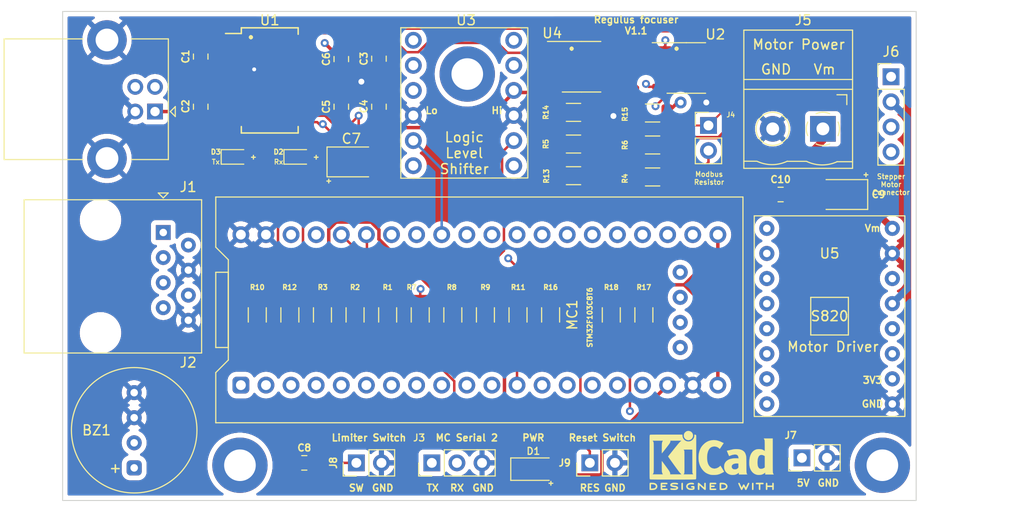
<source format=kicad_pcb>
(kicad_pcb (version 20221018) (generator pcbnew)
  (title_block (title "Regulus Electronic Focuser V1") (company "Radmilo Felix 2022"))
  (layers (0 "F.Cu" signal) (1 "In1.Cu" signal) (2 "In2.Cu" signal) (31 "B.Cu" signal) (34 "B.Paste" user) (35 "F.Paste" user) (36 "B.SilkS" user "B.Silkscreen") (37 "F.SilkS" user "F.Silkscreen") (38 "B.Mask" user) (39 "F.Mask" user) (44 "Edge.Cuts" user))
  (net 0 "")
  (net 1 "/Buzzer")
  (net 2 "GND")
  (net 3 "/5V")
  (net 4 "Net-(C3-Pad1)")
  (net 5 "Net-(C4-Pad1)")
  (net 6 "Net-(C5-Pad1)")
  (net 7 "Net-(D1-Pad1)")
  (net 8 "Net-(D2-Pad1)")
  (net 9 "Net-(D2-Pad2)")
  (net 10 "Net-(D3-Pad1)")
  (net 11 "Net-(D3-Pad2)")
  (net 12 "/MODBUS-")
  (net 13 "/MODBUS+")
  (net 14 "/SDA-2")
  (net 15 "/SCL-2")
  (net 16 "/3V3")
  (net 17 "/EncClk")
  (net 18 "/EncDt")
  (net 19 "/EncSw")
  (net 20 "/TX2")
  (net 21 "/RX2")
  (net 22 "Net-(J4-Pad2)")
  (net 23 "/LimiterSwitch")
  (net 24 "/Reset")
  (net 25 "/L485DE")
  (net 26 "/L485RO")
  (net 27 "/L485DI")
  (net 32 "/Direction")
  (net 33 "/Enable")
  (net 34 "/STDBY")
  (net 35 "/M1")
  (net 36 "/M2")
  (net 37 "/M3")
  (net 38 "/FLT")
  (net 47 "/Step")
  (net 52 "/485RO")
  (net 53 "/485DE")
  (net 54 "/485DI")
  (net 55 "Net-(U1-Pad1)")
  (net 58 "Net-(U1-Pad5)")
  (net 64 "Net-(U1-Pad13)")
  (net 70 "Net-(C10-Pad2)")
  (net 71 "Net-(J6-Pad1)")
  (net 72 "Net-(J6-Pad2)")
  (net 73 "Net-(J6-Pad3)")
  (net 74 "Net-(J6-Pad4)")
  (footprint "MyCustom:STM32F103C8T6" (layer "F.Cu") (at 117.094 103.886 90)
    (fp_text reference "MC1")
    (fp_text value "STM32F103C8T6-board")
  )
  (footprint "Resistor_SMD:R_1206_3216Metric" (layer "F.Cu") (at 138.5393 96.774 90)
    (fp_text reference "R8")
    (fp_text value "10k")
  )
  (footprint "Resistor_SMD:R_1206_3216Metric" (layer "F.Cu") (at 135.2417 96.774 90)
    (fp_text reference "R7")
    (fp_text value "10k")
  )
  (footprint "MountingHole:MountingHole_3.2mm_M3_DIN965_Pad" (layer "F.Cu") (at 140 72.381)
    (fp_text reference "MH3")
    (fp_text value "MountingHole_3.2mm_M3_DIN965_Pad")
  )
  (footprint "Capacitor_SMD:C_0805_2012Metric" (layer "F.Cu") (at 131.064 75.692 -90)
    (fp_text reference "C4")
    (fp_text value "47p")
  )
  (footprint "Capacitor_SMD:C_0805_2012Metric" (layer "F.Cu") (at 113.03 75.692 -90)
    (fp_text reference "C2")
    (fp_text value "4.7u")
  )
  (footprint "Capacitor_SMD:C_0805_2012Metric" (layer "F.Cu") (at 131.064 70.826 90)
    (fp_text reference "C3")
    (fp_text value "47p")
  )
  (footprint "Resistor_SMD:R_1206_3216Metric" (layer "F.Cu") (at 158.75 79.5655 180)
    (fp_text reference "R6")
    (fp_text value "20k")
  )
  (footprint "MyCustom:LogicLevelShifter_Bidirectional_4Signals" (layer "F.Cu") (at 134.5438 68.961)
    (fp_text reference "U3")
    (fp_text value "LogicLevelShifter-Bidirectional-4Signals-board")
  )
  (footprint "MountingHole:MountingHole_3.2mm_M3_DIN965_Pad" (layer "F.Cu") (at 117 112)
    (fp_text reference "MH1")
    (fp_text value "MountingHole_3.2mm_M3_DIN965_Pad")
  )
  (footprint "Resistor_SMD:R_1206_3216Metric" (layer "F.Cu") (at 150.749 76.2635 180)
    (fp_text reference "R14")
    (fp_text value "270")
  )
  (footprint "Resistor_SMD:R_1206_3216Metric" (layer "F.Cu") (at 150.749 79.4702 180)
    (fp_text reference "R5")
    (fp_text value "20k")
  )
  (footprint "LED_SMD:LED_0603_1608Metric" (layer "F.Cu") (at 116.586 80.772)
    (fp_text reference "D3")
    (fp_text value "LED Red")
  )
  (footprint "LED_SMD:LED_1206_3216Metric" (layer "F.Cu") (at 146.685 112.395)
    (fp_text reference "D1")
    (fp_text value "LED")
  )
  (footprint "Symbol:KiCad-Logo2_5mm_SilkScreen" (layer "F.Cu") (at 164.719 111.506)
    (fp_text reference "REF**" hide)
    (fp_text value "KiCad-Logo2_5mm_SilkScreen" hide)
  )
  (footprint "Capacitor_Tantalum_SMD:CP_EIA-3528-21_Kemet-B" (layer "F.Cu") (at 178.054 84.582 180)
    (fp_text reference "C9")
    (fp_text value "10u")
  )
  (footprint "Connector_USB:USB_B_Lumberg_2411_02_Horizontal" (layer "F.Cu") (at 108.4075 76.18 180)
    (fp_text reference "J1")
    (fp_text value "USB_A")
  )
  (footprint "Resistor_SMD:R_1206_3216Metric" (layer "F.Cu") (at 157.8698 96.774 -90)
    (fp_text reference "R17")
    (fp_text value "5k")
  )
  (footprint "Connector_PinHeader_2.54mm:PinHeader_1x02_P2.54mm_Vertical" (layer "F.Cu") (at 164.405 77.592)
    (fp_text reference "J4")
    (fp_text value "R-Connect")
  )
  (footprint "Connector_PinHeader_2.54mm:PinHeader_1x02_P2.54mm_Vertical" (layer "F.Cu") (at 128.778 111.76 90)
    (fp_text reference "J8")
    (fp_text value "LimiterSW")
  )
  (footprint "Resistor_SMD:R_1206_3216Metric" (layer "F.Cu") (at 145.1345 96.774 90)
    (fp_text reference "R11")
    (fp_text value "10k")
  )
  (footprint "Package_SO:SOIC-8_3.9x4.9mm_P1.27mm" (layer "F.Cu") (at 151.5629 71.6398)
    (fp_text reference "U4")
    (fp_text value "MAX485E")
  )
  (footprint "Resistor_SMD:R_1206_3216Metric" (layer "F.Cu") (at 150.749 82.677)
    (fp_text reference "R13")
    (fp_text value "120")
  )
  (footprint "Resistor_SMD:R_1206_3216Metric" (layer "F.Cu") (at 154.5722 96.774 -90)
    (fp_text reference "R18")
    (fp_text value "5k")
  )
  (footprint "Connector_PinHeader_2.54mm:PinHeader_1x02_P2.54mm_Vertical" (layer "F.Cu") (at 173.858 111.252 90)
    (fp_text reference "J7")
    (fp_text value "5V-Ext")
  )
  (footprint "Resistor_SMD:R_1206_3216Metric" (layer "F.Cu") (at 125.349 96.774 -90)
    (fp_text reference "R3")
    (fp_text value "2.2k")
  )
  (footprint "Package_SO:SSOP-28_5.3x10.2mm_P0.65mm" (layer "F.Cu") (at 120.015 73.025)
    (fp_text reference "U1")
    (fp_text value "FT232RL")
  )
  (footprint "Connector_RJ:RJ45_Amphenol_54602-x08_Horizontal" (layer "F.Cu") (at 109.24 88.4275 -90)
    (fp_text reference "J2")
    (fp_text value "Display&Encoder")
  )
  (footprint "MyCustom:StepperMotorDriverSTSPIN820" (layer "F.Cu") (at 170.307 88.011)
    (fp_text reference "U5")
    (fp_text value "StepperMotorDriverSTSPIN820-board")
  )
  (footprint "MyCustom:TerminalBlock_PTR_AKZ950-2_P5.08mm_Vertical" (layer "F.Cu") (at 175.982 77.93 180)
    (fp_text reference "J5")
    (fp_text value "MotorPower")
  )
  (footprint "Resistor_SMD:R_1206_3216Metric" (layer "F.Cu") (at 148.4321 96.774 -90)
    (fp_text reference "R16")
    (fp_text value "5k")
  )
  (footprint "Resistor_SMD:R_1206_3216Metric" (layer "F.Cu") (at 158.75 82.804)
    (fp_text reference "R4")
    (fp_text value "120")
  )
  (footprint "Resistor_SMD:R_1206_3216Metric" (layer "F.Cu") (at 158.75 76.327)
    (fp_text reference "R15")
    (fp_text value "270")
  )
  (footprint "Resistor_SMD:R_1206_3216Metric" (layer "F.Cu") (at 141.8369 96.774 90)
    (fp_text reference "R9")
    (fp_text value "10k")
  )
  (footprint "Capacitor_SMD:C_0805_2012Metric" (layer "F.Cu") (at 127.254 75.692 90)
    (fp_text reference "C5")
    (fp_text value "100n")
  )
  (footprint "Capacitor_SMD:C_0805_2012Metric" (layer "F.Cu") (at 113.03 70.612 -90)
    (fp_text reference "C1")
    (fp_text value "100n")
  )
  (footprint "Capacitor_Tantalum_SMD:CP_EIA-3528-21_Kemet-B" (layer "F.Cu") (at 128.27 81.28)
    (fp_text reference "C7")
    (fp_text value "10u")
  )
  (footprint "Resistor_SMD:R_1206_3216Metric" (layer "F.Cu") (at 122.0514 96.774 -90)
    (fp_text reference "R12")
    (fp_text value "270")
  )
  (footprint "Package_SO:SOIC-8_3.9x4.9mm_P1.27mm" (layer "F.Cu") (at 162.1659 71.7668)
    (fp_text reference "U2")
    (fp_text value "MAX485E")
  )
  (footprint "Resistor_SMD:R_1206_3216Metric" (layer "F.Cu") (at 128.6466 96.774 -90)
    (fp_text reference "R2")
    (fp_text value "2.2k")
  )
  (footprint "Capacitor_SMD:C_0805_2012Metric" (layer "F.Cu") (at 171.704 84.582 180)
    (fp_text reference "C10")
    (fp_text value "100n")
  )
  (footprint "Resistor_SMD:R_1206_3216Metric" (layer "F.Cu") (at 118.7538 96.774 -90)
    (fp_text reference "R10")
    (fp_text value "270")
  )
  (footprint "Capacitor_SMD:C_0805_2012Metric" (layer "F.Cu") (at 127.254 70.866 -90)
    (fp_text reference "C6")
    (fp_text value "100n")
  )
  (footprint "MountingHole:MountingHole_3.2mm_M3_DIN965_Pad" (layer "F.Cu") (at 182 112)
    (fp_text reference "MH2")
    (fp_text value "MountingHole_3.2mm_M3_DIN965_Pad")
  )
  (footprint "Resistor_SMD:R_1206_3216Metric" (layer "F.Cu") (at 131.9442 96.774 -90)
    (fp_text reference "R1")
    (fp_text value "1k")
  )
  (footprint "Capacitor_SMD:C_0805_2012Metric" (layer "F.Cu") (at 123.51 111.76 180)
    (fp_text reference "C8")
    (fp_text value "2.2u")
  )
  (footprint "Connector_PinHeader_2.54mm:PinHeader_1x02_P2.54mm_Vertical" (layer "F.Cu") (at 152.4 111.76 90)
    (fp_text reference "J9")
    (fp_text value "ResetSW")
  )
  (footprint "LED_SMD:LED_0603_1608Metric" (layer "F.Cu") (at 122.936 80.772)
    (fp_text reference "D2")
    (fp_text value "LED Blue")
  )
  (footprint "Connector_PinHeader_2.54mm:PinHeader_1x03_P2.54mm_Vertical" (layer "F.Cu") (at 136.413 111.76 90)
    (fp_text reference "J3")
    (fp_text value "Serial1")
  )
  (footprint "MyCustom:Buzzer-HSD-4pin" (layer "F.Cu") (at 106.299 108.458 180)
    (fp_text reference "BZ1")
    (fp_text value "Buzzer")
  )
  (footprint "Connector_PinHeader_2.54mm:PinHeader_1x04_P2.54mm_Vertical" (layer "F.Cu") (at 182.88 72.654)
    (fp_text reference "J6")
    (fp_text value "MotorConnector")
  )
  (gr_rect (start 99.06 66.04) (end 185.42 115.57) (stroke (width 0.1)) (fill none) (layer "Edge.Cuts"))
  (gr_text "+" (at 180.34 82.55) (layer "F.SilkS") (effects (font (size 0.5 0.5) (thickness 0.125))))
  (gr_text "Modbus\nResistor" (at 164.465 82.931) (layer "F.SilkS") (effects (font (size 0.5 0.5) (thickness 0.1))))
  (gr_text "TX" (at 136.4996 114.3) (layer "F.SilkS") (effects (font (size 0.7 0.7))))
  (gr_text "Rx" (at 120.904 81.28) (layer "F.SilkS") (effects (font (size 0.5 0.5) (thickness 0.1))))
  (gr_text "+" (at 148.463 113.792) (layer "F.SilkS") (effects (font (size 0.5 0.5) (thickness 0.125))))
  (gr_text "∙" (at 150.5581 69.7348) (layer "F.SilkS") (effects (font (size 1 1))))
  (gr_text "GND" (at 131.445 114.3) (layer "F.SilkS") (effects (font (size 0.7 0.7))))
  (gr_text "GND   Vm" (at 173.482 71.9074) (layer "F.SilkS") (effects (font (size 1 1))))
  (gr_text "Logic\nLevel\nShifter" (at 139.7 80.391) (layer "F.SilkS") (effects (font (size 1 1))))
  (gr_text "Motor Power" (at 173.5328 69.389982) (layer "F.SilkS") (effects (font (size 1 1))))
  (gr_text "Stepper\nMotor\nConnector" (at 182.88 83.566) (layer "F.SilkS") (effects (font (size 0.5 0.5) (thickness 0.1))))
  (gr_text "GND" (at 176.53 113.792) (layer "F.SilkS") (effects (font (size 0.7 0.7))))
  (gr_text "+" (at 118.364 80.772) (layer "F.SilkS") (effects (font (size 0.5 0.5) (thickness 0.125))))
  (gr_text "3V3" (at 181 103.378) (layer "F.SilkS") (effects (font (size 0.7 0.7))))
  (gr_text "+" (at 124.714 80.772) (layer "F.SilkS") (effects (font (size 0.5 0.5) (thickness 0.125))))
  (gr_text "Hi" (at 143.002 76.073) (layer "F.SilkS") (effects (font (size 0.7 0.7))))
  (gr_text "RES" (at 152.4 114.3) (layer "F.SilkS") (effects (font (size 0.7 0.7))))
  (gr_text "Limiter Switch" (at 130.048 109.22) (layer "F.SilkS") (effects (font (size 0.7 0.7))))
  (gr_text "+" (at 125.984 83.185) (layer "F.SilkS") (effects (font (size 0.5 0.5) (thickness 0.125))))
  (gr_text "∙" (at 118.11 68.58) (layer "F.SilkS") (effects (font (size 1 1))))
  (gr_text "Vm" (at 181 88) (layer "F.SilkS") (effects (font (size 0.7 0.7))))
  (gr_text "GND" (at 154.94 114.3) (layer "F.SilkS") (effects (font (size 0.7 0.7))))
  (gr_text "RX" (at 138.9634 114.3) (layer "F.SilkS") (effects (font (size 0.7 0.7))))
  (gr_text "PWR" (at 146.685 109.22) (layer "F.SilkS") (effects (font (size 0.7 0.7))))
  (gr_text "Reset Switch" (at 153.67 109.22) (layer "F.SilkS") (effects (font (size 0.7 0.7))))
  (gr_text "SW" (at 128.778 114.3) (layer "F.SilkS") (effects (font (size 0.7 0.7))))
  (gr_text "GND" (at 141.605 114.3) (layer "F.SilkS") (effects (font (size 0.7 0.7))))
  (gr_text "Lo" (at 136.398 76.073) (layer "F.SilkS") (effects (font (size 0.7 0.7))))
  (gr_text "Motor Driver" (at 177 100) (layer "F.SilkS") (effects (font (size 1 1))))
  (gr_text "5V" (at 173.99 113.792) (layer "F.SilkS") (effects (font (size 0.7 0.7))))
  (gr_text "MC Serial 2" (at 139.954 109.22) (layer "F.SilkS") (effects (font (size 0.7 0.7))))
  (gr_text "GND" (at 181 105.791) (layer "F.SilkS") (effects (font (size 0.7 0.7))))
  (gr_text "Regulus focuser\nV1.1" (at 157.0859 67.437) (layer "F.SilkS") (effects (font (size 0.7 0.7))))
  (gr_text "Tx" (at 114.554 81.28) (layer "F.SilkS") (effects (font (size 0.5 0.5) (thickness 0.1))))
  (gr_text "∙" (at 161.1753 69.7348) (layer "F.SilkS") (effects (font (size 1 1))))
  (segment (start 117.6476 72.7) (end 118.4402 71.9074) (width 0.35) (layer "F.Cu") (net 2))
  (segment (start 130.998 76.642) (end 129.098 74.742) (width 0.35) (layer "F.Cu") (net 2))
  (segment (start 126.188 70.75) (end 127.254 71.816) (width 0.35) (layer "F.Cu") (net 2))
  (segment (start 123.615 75.3) (end 126.696 75.3) (width 0.35) (layer "F.Cu") (net 2))
  (segment (start 126.696 75.3) (end 127.254 74.742) (width 0.35) (layer "F.Cu") (net 2))
  (segment (start 123.615 73.35) (end 125.862 73.35) (width 0.35) (layer "F.Cu") (net 2))
  (segment (start 123.615 70.75) (end 126.188 70.75) (width 0.35) (layer "F.Cu") (net 2))
  (segment (start 116.415 72.7) (end 117.6476 72.7) (width 0.35) (layer "F.Cu") (net 2))
  (segment (start 129.098 74.742) (end 127.254 74.742) (width 0.35) (layer "F.Cu") (net 2))
  (segment (start 131.064 76.642) (end 130.998 76.642) (width 0.35) (layer "F.Cu") (net 2))
  (segment (start 125.862 73.35) (end 127.254 74.742) (width 0.35) (layer "F.Cu") (net 2))
  (via (at 118.4402 71.9074) (size 0.8) (drill 0.4) (layers "F.Cu" "B.Cu") (net 2))
  (via (at 164.1856 75.2602) (size 1.2) (drill 0.6) (layers "F.Cu" "B.Cu") (net 2))
  (via (at 154.7876 76.6318) (size 1.2) (drill 0.6) (layers "F.Cu" "B.Cu") (net 2))
  (via (at 129.286 73.152) (size 1.2) (drill 0.6) (layers "F.Cu" "B.Cu") (net 2))
  (segment (start 141.8369 98.2365) (end 138.5393 98.2365) (width 0.35) (layer "F.Cu") (net 3))
  (segment (start 151.5669 72.7884) (end 151.5669 71.4872) (width 0.35) (layer "F.Cu") (net 3))
  (segment (start 162.3403 67.5612) (end 164.6409 69.8618) (width 0.35) (layer "F.Cu") (net 3))
  (segment (start 153.6254 110.5346) (end 160.274 103.886) (width 0.35) (layer "F.Cu") (net 3))
  (segment (start 153.6254 112.8286) (end 153.6254 110.5346) (width 0.35) (layer "F.Cu") (net 3))
  (segment (start 115.1647 72.6073) (end 115.1647 70.75) (width 0.35) (layer "F.Cu") (net 3))
  (segment (start 134.0237 92.0695) (end 134.3818 92.0695) (width 0.35) (layer "F.Cu") (net 3))
  (segment (start 148.085 112.395) (end 148.6754 112.9854) (width 0.35) (layer "F.Cu") (net 3))
  (segment (start 113.03 69.662) (end 114.118 70.75) (width 0.35) (layer "F.Cu") (net 3))
  (segment (start 136.5142 98.2365) (end 138.5393 98.2365) (width 0.35) (layer "F.Cu") (net 3))
  (segment (start 143.764 108.074) (end 148.085 112.395) (width 0.35) (layer "F.Cu") (net 3))
  (segment (start 148.6754 112.9854) (end 153.4686 112.9854) (width 0.35) (layer "F.Cu") (net 3))
  (segment (start 113.03 74.742) (end 115.1647 72.6073) (width 0.35) (layer "F.Cu") (net 3))
  (segment (start 141.1459 77.8064) (end 144.7038 74.2485) (width 0.35) (layer "F.Cu") (net 3))
  (segment (start 144.7038 74.2485) (end 144.7038 74.041) (width 0.35) (layer "F.Cu") (net 3))
  (segment (start 124.0908 92.8494) (end 125.984 90.9562) (width 0.35) (layer "F.Cu") (net 3))
  (segment (start 166.7707 71.4365) (end 166.7707 77.4776) (width 0.35) (layer "F.Cu") (net 3))
  (segment (start 133.2368 77.8064) (end 141.1459 77.8064) (width 0.35) (layer "F.Cu") (net 3))
  (segment (start 131.064 88.1578) (end 131.064 89.1098) (width 0.35) (layer "F.Cu") (net 3))
  (segment (start 126.7325 87.3709) (end 130.2771 87.3709) (width 0.35) (layer "F.Cu") (net 3))
  (segment (start 161.5885 75.2654) (end 161.2741 75.2654) (width 0.35) (layer "F.Cu") (net 3))
  (segment (start 160.9606 78.8174) (end 160.2125 79.5655) (width 0.35) (layer "F.Cu") (net 3))
  (segment (start 118.7538 98.2365) (end 122.0514 98.2365) (width 0.35) (layer "F.Cu") (net 3))
  (segment (start 126.7325 79.5841) (end 124.2731 79.5841) (width 0.35) (layer "F.Cu") (net 3))
  (segment (start 126.7325 79.5841) (end 126.7325 81.28) (width 0.35) (layer "F.Cu") (net 3))
  (segment (start 130.2771 87.3709) (end 131.064 88.1578) (width 0.35) (layer "F.Cu") (net 3))
  (segment (start 114.118 70.75) (end 115.1647 70.75) (width 0.35) (layer "F.Cu") (net 3))
  (segment (start 122.0514 98.2365) (end 124.0908 96.1971) (width 0.35) (layer "F.Cu") (net 3))
  (segment (start 143.764 98.2365) (end 141.8369 98.2365) (width 0.35) (layer "F.Cu") (net 3))
  (segment (start 125.984 88.1194) (end 126.7325 87.3709) (width 0.35) (layer "F.Cu") (net 3))
  (segment (start 126.7325 79.5841) (end 131.4591 79.5841) (width 0.35) (layer "F.Cu") (net 3))
  (segment (start 153.3193 69.7348) (end 154.0379 69.7348) (width 0.35) (layer "F.Cu") (net 3))
  (segment (start 154.0379 69.7348) (end 156.2115 67.5612) (width 0.35) (layer "F.Cu") (net 3))
  (segment (start 123.615 74.65) (end 122.3647 74.65) (width 0.35) (layer "F.Cu") (net 3))
  (segment (start 164.6409 69.8618) (end 165.196 69.8618) (width 0.35) (layer "F.Cu") (net 3))
  (segment (start 135.2417 98.2365) (end 136.5142 98.2365) (width 0.35) (layer "F.Cu") (net 3))
  (segment (start 161.2741 75.2654) (end 160.2125 76.327) (width 0.35) (layer "F.Cu") (net 3))
  (segment (start 150.1068 74.2485) (end 151.5669 72.7884) (width 0.35) (layer "F.Cu") (net 3))
  (segment (start 151.5669 71.4872) (end 153.3193 69.7348) (width 0.35) (layer "F.Cu") (net 3))
  (segment (start 124.0908 96.1971) (end 124.0908 92.8494) (width 0.35) (layer "F.Cu") (net 3))
  (segment (start 123.615 74) (end 122.3647 74) (width 0.35) (layer "F.Cu") (net 3))
  (segment (start 131.064 89.1098) (end 134.0237 92.0695) (width 0.35) (layer "F.Cu") (net 3))
  (segment (start 125.984 90.9562) (end 125.984 88.1194) (width 0.35) (layer "F.Cu") (net 3))
  (segment (start 136.5142 94.2019) (end 136.5142 98.2365) (width 0.35) (layer "F.Cu") (net 3))
  (segment (start 166.7707 77.4776) (end 165.4309 78.8174) (width 0.35) (layer "F.Cu") (net 3))
  (segment (start 108.4075 76.18) (end 111.592 76.18) (width 0.35) (layer "F.Cu") (net 3))
  (segment (start 153.4686 112.9854) (end 153.6254 112.8286) (width 0.35) (layer "F.Cu") (net 3))
  (segment (start 145.1345 98.2365) (end 143.764 98.2365) (width 0.35) (layer "F.Cu") (net 3))
  (segment (start 134.3818 92.0695) (end 136.5142 94.2019) (width 0.35) (layer "F.Cu") (net 3))
  (segment (start 127.254 69.916) (end 126.2532 69.916) (width 0.35) (layer "F.Cu") (net 3))
  (segment (start 122.3647 74) (end 122.3647 74.65) (width 0.35) (layer "F.Cu") (net 3))
  (segment (start 116.415 70.75) (end 115.1647 70.75) (width 0.35) (layer "F.Cu") (net 3))
  (segment (start 131.4591 79.5841) (end 133.2368 77.8064) (width 0.35) (layer "F.Cu") (net 3))
  (segment (start 122.3647 77.6757) (end 122.3647 74.65) (width 0.35) (layer "F.Cu") (net 3))
  (segment (start 165.4309 78.8174) (end 160.9606 78.8174) (width 0.35) (layer "F.Cu") (net 3))
  (segment (start 124.2731 79.5841) (end 122.3647 77.6757) (width 0.35) (layer "F.Cu") (net 3))
  (segment (start 165.196 69.8618) (end 166.7707 71.4365) (width 0.35) (layer "F.Cu") (net 3))
  (segment (start 156.2115 67.5612) (end 162.3403 67.5612) (width 0.35) (layer "F.Cu") (net 3))
  (segment (start 143.764 98.2365) (end 143.764 108.074) (width 0.35) (layer "F.Cu") (net 3))
  (segment (start 126.2532 69.916) (end 125.5776 69.2404) (width 0.35) (layer "F.Cu") (net 3))
  (segment (start 126.7325 87.3709) (end 126.7325 81.28) (width 0.35) (layer "F.Cu") (net 3))
  (segment (start 144.7038 74.2485) (end 150.1068 74.2485) (width 0.35) (layer "F.Cu") (net 3))
  (segment (start 111.592 76.18) (end 113.03 74.742) (width 0.35) (layer "F.Cu") (net 3))
  (via (at 161.5885 75.2654) (size 1.2) (drill 0.6) (layers "F.Cu" "B.Cu") (net 3))
  (via (at 125.5776 69.2404) (size 0.8) (drill 0.4) (layers "F.Cu" "B.Cu") (net 3))
  (segment (start 131.064 78.994) (end 132.588 77.47) (width 0.25) (layer "F.Cu") (net 4))
  (segment (start 124.8153 77.25) (end 125.0182 77.4529) (width 0.25) (layer "F.Cu") (net 4))
  (segment (start 123.615 77.25) (end 124.8153 77.25) (width 0.25) (layer "F.Cu") (net 4))
  (segment (start 132.588 73.3) (end 131.064 71.776) (width 0.25) (layer "F.Cu") (net 4))
  (segment (start 125.0182 77.4529) (end 125.3843 77.4529) (width 0.25) (layer "F.Cu") (net 4))
  (segment (start 132.588 77.47) (end 132.588 73.3) (width 0.25) (layer "F.Cu") (net 4))
  (segment (start 125.3843 77.4529) (end 126.9254 78.994) (width 0.25) (layer "F.Cu") (net 4))
  (segment (start 126.9254 78.994) (end 131.064 78.994) (width 0.25) (layer "F.Cu") (net 4))
  (via (at 125.3843 77.4529) (size 0.8) (drill 0.4) (layers "F.Cu" "B.Cu") (net 4))
  (segment (start 132.1308 77.1652) (end 130.9624 78.3336) (width 0.25) (layer "F.Cu") (net 5))
  (segment (start 129.6924 78.3336) (end 129.0162 77.6574) (width 0.25) (layer "F.Cu") (net 5))
  (segment (start 132.1308 75.1586) (end 132.1308 77.1652) (width 0.25) (layer "F.Cu") (net 5))
  (segment (start 125.6146 76.6) (end 123.615 76.6) (width 0.25) (layer "F.Cu") (net 5))
  (segment (start 131.7142 74.742) (end 132.1308 75.1586) (width 0.25) (layer "F.Cu") (net 5))
  (segment (start 129.0162 76.5952) (end 128.12 77.4914) (width 0.25) (layer "F.Cu") (net 5))
  (segment (start 126.506 77.4914) (end 125.6146 76.6) (width 0.25) (layer "F.Cu") (net 5))
  (segment (start 129.0162 77.6574) (end 129.0162 76.5952) (width 0.25) (layer "F.Cu") (net 5))
  (segment (start 131.064 74.742) (end 131.7142 74.742) (width 0.25) (layer "F.Cu") (net 5))
  (segment (start 129.0162 76.5952) (end 129.2108 76.5952) (width 0.25) (layer "F.Cu") (net 5))
  (segment (start 128.12 77.4914) (end 126.506 77.4914) (width 0.25) (layer "F.Cu") (net 5))
  (segment (start 130.9624 78.3336) (end 129.6924 78.3336) (width 0.25) (layer "F.Cu") (net 5))
  (via (at 129.0162 76.5952) (size 0.8) (drill 0.4) (layers "F.Cu" "B.Cu") (net 5))
  (segment (start 126.562 75.95) (end 123.615 75.95) (width 0.25) (layer "F.Cu") (net 6))
  (segment (start 127.254 76.642) (end 126.562 75.95) (width 0.25) (layer "F.Cu") (net 6))
  (segment (start 133.1456 97.9537) (end 138.684 103.4921) (width 0.25) (layer "F.Cu") (net 7))
  (segment (start 131.9442 95.3115) (end 133.1456 96.5129) (width 0.25) (layer "F.Cu") (net 7))
  (segment (start 133.1456 96.5129) (end 133.1456 97.9537) (width 0.25) (layer "F.Cu") (net 7))
  (segment (start 138.684 103.4921) (end 138.684 105.794) (width 0.25) (layer "F.Cu") (net 7))
  (segment (start 138.684 105.794) (end 145.285 112.395) (width 0.25) (layer "F.Cu") (net 7))
  (segment (start 123.615 72.7) (end 122.4147 72.7) (width 0.25) (layer "F.Cu") (net 8))
  (segment (start 121.8571 80.4806) (end 122.1485 80.772) (width 0.25) (layer "F.Cu") (net 8))
  (segment (start 122.4147 72.7) (end 121.8571 73.2576) (width 0.25) (layer "F.Cu") (net 8))
  (segment (start 121.8571 73.2576) (end 121.8571 80.4806) (width 0.25) (layer "F.Cu") (net 8))
  (segment (start 123.7235 80.772) (end 123.3798 81.1157) (width 0.25) (layer "F.Cu") (net 9))
  (segment (start 123.3798 95.8086) (end 122.9574 96.231) (width 0.25) (layer "F.Cu") (net 9))
  (segment (start 119.6733 96.231) (end 118.7538 95.3115) (width 0.25) (layer "F.Cu") (net 9))
  (segment (start 123.3798 81.1157) (end 123.3798 95.8086) (width 0.25) (layer "F.Cu") (net 9))
  (segment (start 122.9574 96.231) (end 119.6733 96.231) (width 0.25) (layer "F.Cu") (net 9))
  (segment (start 122.4147 72.05) (end 119.0994 75.3653) (width 0.25) (layer "F.Cu") (net 10))
  (segment (start 123.615 72.05) (end 122.4147 72.05) (width 0.25) (layer "F.Cu") (net 10))
  (segment (start 119.0994 75.3653) (end 119.0994 77.4711) (width 0.25) (layer "F.Cu") (net 10))
  (segment (start 119.0994 77.4711) (end 115.7985 80.772) (width 0.25) (layer "F.Cu") (net 10))
  (segment (start 120.85 94.1101) (end 120.85 84.2485) (width 0.25) (layer "F.Cu") (net 11))
  (segment (start 120.85 84.2485) (end 117.3735 80.772) (width 0.25) (layer "F.Cu") (net 11))
  (segment (start 122.0514 95.3115) (end 120.85 94.1101) (width 0.25) (layer "F.Cu") (net 11))
  (segment (start 152.3385 82.804) (end 152.2115 82.677) (width 0.25) (layer "F.Cu") (net 12))
  (segment (start 152.212 81.0398) (end 152.2115 81.0403) (width 0.25) (layer "F.Cu") (net 12))
  (segment locked (start 155.5632 71.0048) (end 154.0379 71.0048) (width 0.2) (layer "F.Cu") (net 12))
  (segment locked (start 152.2115 71.5625) (end 152.7692 71.0048) (width 0.25) (layer "F.Cu") (net 12))
  (segment locked (start 157.2875 82.804) (end 152.3385 82.804) (width 0.2) (layer "F.Cu") (net 12))
  (segment (start 152.2115 81.0403) (end 152.2115 82.677) (width 0.25) (layer "F.Cu") (net 12))
  (segment locked (start 152.7692 71.0048) (end 154.0379 71.0048) (width 0.25) (layer "F.Cu") (net 12))
  (segment locked (start 152.2115 76.2635) (end 152.2115 82.677) (width 0.25) (layer "F.Cu") (net 12))
  (segment (start 152.212 71.5625) (end 152.212 71.69) (width 0.25) (layer "F.Cu") (net 12))
  (segment locked (start 161.671 68.072) (end 158.496 68.072) (width 0.2) (layer "F.Cu") (net 12))
  (segment locked (start 158.496 68.072) (end 155.5632 71.0048) (width 0.2) (layer "F.Cu") (net 12))
  (segment locked (start 163.2068 71.1318) (end 162.179 70.104) (width 0.2) (layer "F.Cu") (net 12))
  (segment locked (start 164.6409 71.1318) (end 163.2068 71.1318) (width 0.2) (layer "F.Cu") (net 12))
  (segment (start 152.2115 79.4031) (end 152.2115 79.4702) (width 0.25) (layer "F.Cu") (net 12))
  (segment locked (start 162.179 68.58) (end 161.671 68.072) (width 0.2) (layer "F.Cu") (net 12))
  (segment (start 152.212 76.1283) (end 152.2115 76.1288) (width 0.25) (layer "F.Cu") (net 12))
  (segment (start 152.2115 76.1288) (end 152.2115 76.2635) (width 0.25) (layer "F.Cu") (net 12))
  (segment locked (start 152.2115 76.2635) (end 152.2115 71.69) (width 0.25) (layer "F.Cu") (net 12))
  (segment (start 152.212 79.4026) (end 152.2115 79.4031) (width 0.25) (layer "F.Cu") (net 12))
  (segment locked (start 162.179 70.104) (end 162.179 68.58) (width 0.2) (layer "F.Cu") (net 12))
  (segment locked (start 154.0497 72.263) (end 155.829 72.263) (width 0.2) (layer "F.Cu") (net 13))
  (segment (start 160.2125 82.804) (end 160.212 82.804) (width 0.25) (layer "F.Cu") (net 13))
  (segment locked (start 157.2875 73.7215) (end 157.2875 76.327) (width 0.2) (layer "F.Cu") (net 13))
  (segment (start 164.6412 72.4018) (end 164.653 72.39) (width 0.25) (layer "F.Cu") (net 13))
  (segment (start 154.0379 72.2748) (end 154.0382 72.2748) (width 0.25) (layer "F.Cu") (net 13))
  (segment (start 157.2875 76.327) (end 157.288 76.327) (width 0.25) (layer "F.Cu") (net 13))
  (segment locked (start 157.2875 79.879) (end 160.2125 82.804) (width 0.2) (layer "F.Cu") (net 13))
  (segment (start 157.288 79.5655) (end 157.288 79.879) (width 0.25) (layer "F.Cu") (net 13))
  (segment (start 157.288 79.5655) (end 157.2875 79.5655) (width 0.25) (layer "F.Cu") (net 13))
  (segment locked (start 157.2875 76.327) (end 157.2875 79.5655) (width 0.2) (layer "F.Cu") (net 13))
  (segment (start 164.6409 72.4018) (end 164.6412 72.4018) (width 0.25) (layer "F.Cu") (net 13))
  (segment locked (start 166.243 75.754) (end 164.405 77.592) (width 0.2) (layer "F.Cu") (net 13))
  (segment locked (start 166.243 72.39) (end 166.243 75.754) (width 0.2) (layer "F.Cu") (net 13))
  (segment locked (start 155.829 72.263) (end 157.2875 73.7215) (width 0.2) (layer "F.Cu") (net 13))
  (segment (start 154.0382 72.2748) (end 154.05 72.263) (width 0.25) (layer "F.Cu") (net 13))
  (segment locked (start 158.5525 77.592) (end 164.405 77.592) (width 0.2) (layer "F.Cu") (net 13))
  (segment locked (start 164.6527 72.39) (end 166.243 72.39) (width 0.2) (layer "F.Cu") (net 13))
  (segment locked (start 157.2875 76.327) (end 158.5525 77.592) (width 0.2) (layer "F.Cu") (net 13))
  (segment (start 128.6466 90.0386) (end 127.254 88.646) (width 0.25) (layer "F.Cu") (net 14))
  (segment (start 128.6466 95.3115) (end 128.6466 90.0386) (width 0.25) (layer "F.Cu") (net 14))
  (segment (start 129.8482 88.7002) (end 129.8482 95.8734) (width 0.25) (layer "F.Cu") (net 15))
  (segment (start 129.794 88.646) (end 129.8482 88.7002) (width 0.25) (layer "F.Cu") (net 15))
  (segment (start 126.2486 96.2111) (end 125.349 95.3115) (width 0.25) (layer "F.Cu") (net 15))
  (segment (start 129.8482 95.8734) (end 129.5105 96.2111) (width 0.25) (layer "F.Cu") (net 15))
  (segment (start 129.5105 96.2111) (end 126.2486 96.2111) (width 0.25) (layer "F.Cu") (net 15))
  (segment (start 159.4553 93.726) (end 161.9453 93.726) (width 0.35) (layer "F.Cu") (net 16))
  (segment (start 161.9453 93.726) (end 165.354 90.3173) (width 0.35) (layer "F.Cu") (net 16))
  (segment (start 165.354 90.3173) (end 165.354 88.646) (width 0.35) (layer "F.Cu") (net 16))
  (segment (start 157.8698 95.3115) (end 159.4553 93.726) (width 0.35) (layer "F.Cu") (net 16))
  (segment (start 165.354 97.1347) (end 165.354 103.886) (width 0.35) (layer "F.Cu") (net 16))
  (segment (start 148.4321 95.3115) (end 154.5722 95.3115) (width 0.35) (layer "F.Cu") (net 16))
  (segment (start 154.5722 95.3115) (end 157.8698 95.3115) (width 0.35) (layer "F.Cu") (net 16))
  (segment (start 161.9453 93.726) (end 165.354 97.1347) (width 0.35) (layer "F.Cu") (net 16))
  (segment (start 149.2865 82.677) (end 150.6799 84.0704) (width 0.25) (layer "F.Cu") (net 22))
  (segment (start 164.405 80.132) (end 164.405 81.3073) (width 0.25) (layer "F.Cu") (net 22))
  (segment (start 150.6799 84.0704) (end 161.6419 84.0704) (width 0.25) (layer "F.Cu") (net 22))
  (segment (start 161.6419 84.0704) (end 164.405 81.3073) (width 0.25) (layer "F.Cu") (net 22))
  (segment (start 157.8698 98.2365) (end 156.4561 99.6502) (width 0.25) (layer "F.Cu") (net 23))
  (segment (start 156.4561 99.6502) (end 156.4561 106.5232) (width 0.25) (layer "F.Cu") (net 23))
  (segment (start 124.46 111.76) (end 128.778 111.76) (width 0.25) (layer "F.Cu") (net 23))
  (via (at 156.4561 106.5232) (size 0.8) (drill 0.4) (layers "F.Cu" "B.Cu") (net 23))
  (segment (start 152.4 110.5847) (end 151.4475 109.6322) (width 0.25) (layer "F.Cu") (net 24))
  (segment (start 152.4 111.76) (end 152.4 110.5847) (width 0.25) (layer "F.Cu") (net 24))
  (segment (start 151.4475 109.6322) (end 151.4475 101.3612) (width 0.25) (layer "F.Cu") (net 24))
  (segment (start 151.4475 101.3612) (end 154.5722 98.2365) (width 0.25) (layer "F.Cu") (net 24))
  (segment (start 134.5438 79.121) (end 137.414 81.9912) (width 0.25) (layer "B.Cu") (net 25))
  (segment (start 137.414 81.9912) (end 137.414 88.646) (width 0.25) (layer "B.Cu") (net 25))
  (segment (start 145.034 101.6346) (end 145.034 103.886) (width 0.25) (layer "F.Cu") (net 33))
  (segment (start 148.4321 98.2365) (end 145.034 101.6346) (width 0.25) (layer "F.Cu") (net 33))
  (segment (start 159.6909 69.8618) (end 160.0387 69.514) (width 0.25) (layer "F.Cu") (net 52))
  (segment (start 135.2417 94.1796) (end 135.2417 95.3115) (width 0.25) (layer "F.Cu") (net 52))
  (segment (start 160.0387 69.514) (end 160.0387 68.9521) (width 0.25) (layer "F.Cu") (net 52))
  (segment (start 135.2796 94.1417) (end 135.2417 94.1796) (width 0.25) (layer "F.Cu") (net 52))
  (via (at 160.0387 68.9521) (size 0.8) (drill 0.4) (layers "F.Cu" "B.Cu") (net 52))
  (via (at 135.2796 94.1417) (size 0.8) (drill 0.4) (layers "F.Cu" "B.Cu") (net 52))
  (segment (start 160.9919 73.2819) (end 160.9919 74.0725) (width 0.25) (layer "F.Cu") (net 53))
  (segment (start 141.8369 95.3115) (end 138.5393 95.3115) (width 0.25) (layer "F.Cu") (net 53))
  (segment (start 143.7094 85.0386) (end 143.7094 90.272) (width 0.25) (layer "F.Cu") (net 53))
  (segment (start 159.6909 72.4018) (end 159.6909 71.1318) (width 0.25) (layer "F.Cu") (net 53))
  (segment (start 143.7094 90.272) (end 141.8369 92.1445) (width 0.25) (layer "F.Cu") (net 53))
  (segment (start 160.1118 72.4018) (end 160.9919 73.2819) (width 0.25) (layer "F.Cu") (net 53))
  (segment (start 160.9919 74.0725) (end 160.7666 74.2978) (width 0.25) (layer "F.Cu") (net 53))
  (segment (start 143.5215 84.8507) (end 143.7094 85.0386) (width 0.25) (layer "F.Cu") (net 53))
  (segment (start 143.5215 80.3033) (end 143.5215 84.8507) (width 0.25) (layer "F.Cu") (net 53))
  (segment (start 160.3877 74.2978) (end 159.0476 75.6379) (width 0.25) (layer "F.Cu") (net 53))
  (segment (start 141.8369 92.1445) (end 141.8369 95.3115) (width 0.25) (layer "F.Cu") (net 53))
  (segment (start 160.7666 74.2978) (end 160.3877 74.2978) (width 0.25) (layer "F.Cu") (net 53))
  (segment (start 159.6909 72.4018) (end 160.1118 72.4018) (width 0.25) (layer "F.Cu") (net 53))
  (segment (start 144.7038 79.121) (end 143.5215 80.3033) (width 0.25) (layer "F.Cu") (net 53))
  (via (at 159.0476 75.6379) (size 0.8) (drill 0.4) (layers "F.Cu" "B.Cu") (net 53))
  (segment (start 145.1345 95.3115) (end 145.1345 92.0334) (width 0.25) (layer "F.Cu") (net 54))
  (segment (start 159.6909 73.6718) (end 158.3743 73.6718) (width 0.25) (layer "F.Cu") (net 54))
  (segment (start 145.1345 92.0334) (end 144.1449 91.0438) (width 0.25) (layer "F.Cu") (net 54))
  (segment (start 158.3743 73.6718) (end 158.0782 73.3757) (width 0.25) (layer "F.Cu") (net 54))
  (via (at 144.1449 91.0438) (size 0.8) (drill 0.4) (layers "F.Cu" "B.Cu") (net 54))
  (via (at 158.0782 73.3757) (size 0.8) (drill 0.4) (layers "F.Cu" "B.Cu") (net 54))
  (segment (start 119.1336 67.2817) (end 148.3326 67.2817) (width 0.25) (layer "F.Cu") (net 55))
  (segment (start 117.6153 68.8) (end 119.1336 67.2817) (width 0.25) (layer "F.Cu") (net 55))
  (segment (start 150.4297 72.5837) (end 149.4686 73.5448) (width 0.25) (layer "F.Cu") (net 55))
  (segment (start 150.4297 69.3788) (end 150.4297 72.5837) (width 0.25) (layer "F.Cu") (net 55))
  (segment (start 116.415 68.8) (end 117.6153 68.8) (width 0.25) (layer "F.Cu") (net 55))
  (segment (start 149.4686 73.5448) (end 149.0879 73.5448) (width 0.25) (layer "F.Cu") (net 55))
  (segment (start 148.3326 67.2817) (end 150.4297 69.3788) (width 0.25) (layer "F.Cu") (net 55))
  (segment (start 121.2815 67.783) (end 147.1361 67.783) (width 0.25) (layer "F.Cu") (net 58))
  (segment (start 147.1361 67.783) (end 149.0879 69.7348) (width 0.25) (layer "F.Cu") (net 58))
  (segment (start 117.6645 71.4) (end 121.2815 67.783) (width 0.25) (layer "F.Cu") (net 58))
  (segment (start 116.415 71.4) (end 117.6645 71.4) (width 0.25) (layer "F.Cu") (net 58))
  (segment (start 144.0736 70.231) (end 147.4043 70.231) (width 0.25) (layer "F.Cu") (net 64))
  (segment (start 116.415 76.6) (end 117.6153 76.6) (width 0.25) (layer "F.Cu") (net 64))
  (segment (start 149.0879 72.2748) (end 149.0879 71.0048) (width 0.25) (layer "F.Cu") (net 64))
  (segment (start 133.8498 70.1672) (end 135.0328 70.1672) (width 0.25) (layer "F.Cu") (net 64))
  (segment (start 117.6153 75.9073) (end 122.0724 71.4502) (width 0.25) (layer "F.Cu") (net 64))
  (segment (start 148.1781 71.0048) (end 149.0879 71.0048) (width 0.25) (layer "F.Cu") (net 64))
  (segment (start 122.5044 68.2496) (end 131.9322 68.2496) (width 0.25) (layer "F.Cu") (net 64))
  (segment (start 147.4043 70.231) (end 148.1781 71.0048) (width 0.25) (layer "F.Cu") (net 64))
  (segment (start 131.9322 68.2496) (end 133.8498 70.1672) (width 0.25) (layer "F.Cu") (net 64))
  (segment (start 117.6153 76.6) (end 117.6153 75.9073) (width 0.25) (layer "F.Cu") (net 64))
  (segment (start 135.9725 69.2275) (end 143.0701 69.2275) (width 0.25) (layer "F.Cu") (net 64))
  (segment (start 143.0701 69.2275) (end 144.0736 70.231) (width 0.25) (layer "F.Cu") (net 64))
  (segment (start 135.0328 70.1672) (end 135.9725 69.2275) (width 0.25) (layer "F.Cu") (net 64))
  (segment (start 122.0724 68.6816) (end 122.5044 68.2496) (width 0.25) (layer "F.Cu") (net 64))
  (segment (start 122.0724 71.4502) (end 122.0724 68.6816) (width 0.25) (layer "F.Cu") (net 64))
  (segment (start 175.0522 80.0427) (end 179.5915 84.582) (width 0.7) (layer "F.Cu") (net 70))
  (segment (start 175.982 79.1129) (end 175.982 78.9551) (width 0.7) (layer "F.Cu") (net 70))
  (segment (start 179.5915 84.5955) (end 179.5915 84.582) (width 0.7) (layer "F.Cu") (net 70))
  (segment (start 170.754 84.582) (end 170.754 84.3409) (width 0.7) (layer "F.Cu") (net 70))
  (segment (start 183.007 88.011) (end 179.5915 84.5955) (width 0.7) (layer "F.Cu") (net 70))
  (segment (start 175.982 77.93) (end 175.982 78.9551) (width 0.7) (layer "F.Cu") (net 70))
  (segment (start 175.0522 80.0427) (end 175.982 79.1129) (width 0.7) (layer "F.Cu") (net 70))
  (segment (start 170.754 84.3409) (end 175.0522 80.0427) (width 0.7) (layer "F.Cu") (net 70))
  (segment (start 184.5201 94.1179) (end 183.007 95.631) (width 0.7) (layer "B.Cu") (net 72))
  (segment (start 184.5201 76.8341) (end 184.5201 94.1179) (width 0.7) (layer "B.Cu") (net 72))
  (segment (start 182.88 75.194) (end 184.5201 76.8341) (width 0.7) (layer "B.Cu") (net 72))
  (zone (net 2) (net_name "GND") (layer "F.Cu") (connect_pads (clearance 0.508)) (min_thickness 0.254) (fill yes (thermal_gap 0.508) (thermal_bridge_width 0.508))
    (polygon (pts (xy 185.42 115.57) (xy 99.06 115.57) (xy 99.06 66.04) (xy 185.42 66.04)))
  )
  (zone (net 2) (net_name "GND") (layer "B.Cu") (connect_pads (clearance 0.508)) (min_thickness 0.254) (fill yes (thermal_gap 0.508) (thermal_bridge_width 0.508))
    (polygon (pts (xy 185.42 115.57) (xy 99.06 115.57) (xy 99.06 66.04) (xy 185.42 66.04)))
  )
  (zone (net 2) (net_name "GND") (layer "B.Cu") (connect_pads (clearance 0.508)) (min_thickness 0.254) (fill yes (thermal_gap 0.508) (thermal_bridge_width 0.508))
    (polygon (pts (xy 185.42 115.57) (xy 99.06 115.57) (xy 99.06 66.04) (xy 185.42 66.04)))
  )
)
</source>
